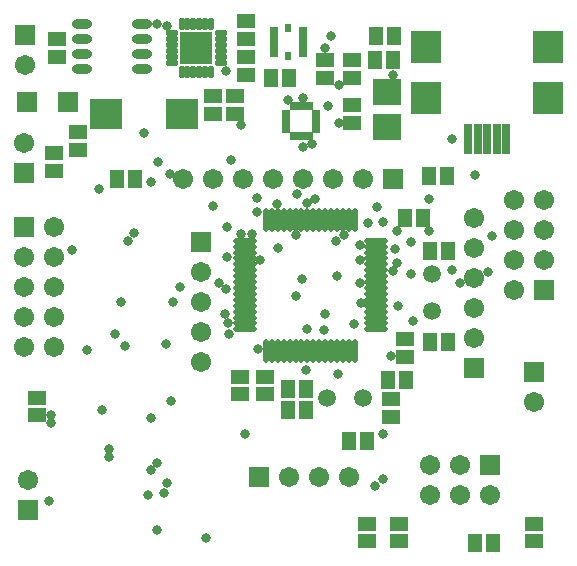
<source format=gts>
%FSAX24Y24*%
%MOIN*%
G70*
G01*
G75*
G04 Layer_Color=8388736*
%ADD10R,0.0177X0.0118*%
%ADD11R,0.0118X0.0177*%
%ADD12O,0.0118X0.0709*%
%ADD13O,0.0709X0.0118*%
%ADD14R,0.0197X0.0925*%
%ADD15R,0.0925X0.0984*%
%ADD16R,0.0591X0.0591*%
%ADD17R,0.0551X0.0433*%
%ADD18R,0.1024X0.0945*%
%ADD19R,0.0433X0.0551*%
%ADD20R,0.0866X0.0787*%
%ADD21R,0.0236X0.0126*%
%ADD22R,0.0126X0.0236*%
%ADD23O,0.0354X0.0118*%
%ADD24O,0.0118X0.0354*%
%ADD25R,0.1024X0.1024*%
%ADD26O,0.0591X0.0236*%
%ADD27C,0.0080*%
%ADD28R,0.0591X0.0591*%
%ADD29C,0.0591*%
%ADD30C,0.0512*%
%ADD31C,0.0240*%
%ADD32C,0.0260*%
%ADD33O,0.0984X0.0276*%
%ADD34C,0.0020*%
%ADD35C,0.0236*%
%ADD36C,0.0098*%
%ADD37C,0.0079*%
%ADD38C,0.0100*%
%ADD39R,0.0257X0.0198*%
%ADD40R,0.0198X0.0257*%
%ADD41O,0.0198X0.0789*%
%ADD42O,0.0789X0.0198*%
%ADD43R,0.0277X0.1005*%
%ADD44R,0.1005X0.1064*%
%ADD45R,0.0671X0.0671*%
%ADD46R,0.0631X0.0513*%
%ADD47R,0.1104X0.1025*%
%ADD48R,0.0513X0.0631*%
%ADD49R,0.0946X0.0867*%
%ADD50R,0.0316X0.0206*%
%ADD51R,0.0206X0.0316*%
%ADD52O,0.0434X0.0198*%
%ADD53O,0.0198X0.0434*%
%ADD54R,0.1104X0.1104*%
%ADD55O,0.0671X0.0316*%
%ADD56R,0.0671X0.0671*%
%ADD57C,0.0671*%
%ADD58C,0.0592*%
%ADD59C,0.0320*%
D39*
X029900Y045800D02*
D03*
Y045603D02*
D03*
Y045406D02*
D03*
Y045209D02*
D03*
X030904D02*
D03*
Y045406D02*
D03*
Y045603D02*
D03*
Y045800D02*
D03*
D40*
X030107Y045003D02*
D03*
X030304D02*
D03*
X030500D02*
D03*
X030697D02*
D03*
Y046007D02*
D03*
X030500D02*
D03*
X030304D02*
D03*
X030107D02*
D03*
D41*
X029224Y042235D02*
D03*
X029420D02*
D03*
X029617D02*
D03*
X029814D02*
D03*
X030011D02*
D03*
X030208D02*
D03*
X030405D02*
D03*
X030602D02*
D03*
X030798D02*
D03*
X030995D02*
D03*
X031192D02*
D03*
X031389D02*
D03*
X031586D02*
D03*
X031783D02*
D03*
X031980D02*
D03*
X032176D02*
D03*
Y037865D02*
D03*
X031980D02*
D03*
X031783D02*
D03*
X031586D02*
D03*
X031389D02*
D03*
X031192D02*
D03*
X030995D02*
D03*
X030798D02*
D03*
X030602D02*
D03*
X030405D02*
D03*
X030208D02*
D03*
X030011D02*
D03*
X029814D02*
D03*
X029617D02*
D03*
X029420D02*
D03*
X029224D02*
D03*
D42*
X032885Y041526D02*
D03*
Y041330D02*
D03*
Y041133D02*
D03*
Y040936D02*
D03*
Y040739D02*
D03*
Y040542D02*
D03*
Y040345D02*
D03*
Y040148D02*
D03*
Y039952D02*
D03*
Y039755D02*
D03*
Y039558D02*
D03*
Y039361D02*
D03*
Y039164D02*
D03*
Y038967D02*
D03*
Y038770D02*
D03*
Y038574D02*
D03*
X028515D02*
D03*
Y038770D02*
D03*
Y038967D02*
D03*
Y039164D02*
D03*
Y039361D02*
D03*
Y039558D02*
D03*
Y039755D02*
D03*
Y039952D02*
D03*
Y040148D02*
D03*
Y040345D02*
D03*
Y040542D02*
D03*
Y040739D02*
D03*
Y040936D02*
D03*
Y041133D02*
D03*
Y041330D02*
D03*
Y041526D02*
D03*
D43*
X035970Y044930D02*
D03*
X036285Y044929D02*
D03*
X036600D02*
D03*
X037230D02*
D03*
X036915D02*
D03*
D44*
X034563Y047971D02*
D03*
X038637D02*
D03*
X034563Y046297D02*
D03*
X038637D02*
D03*
D45*
X021261Y046150D02*
D03*
X022639D02*
D03*
X033450Y043600D02*
D03*
X029000Y033650D02*
D03*
X036700Y034050D02*
D03*
D46*
X022250Y048245D02*
D03*
Y047655D02*
D03*
X022950Y044555D02*
D03*
Y045145D02*
D03*
X032100Y045455D02*
D03*
Y046045D02*
D03*
X021600Y035705D02*
D03*
Y036295D02*
D03*
X028550Y047645D02*
D03*
Y047055D02*
D03*
Y048255D02*
D03*
Y048845D02*
D03*
X027450Y046345D02*
D03*
Y045755D02*
D03*
X028200Y046345D02*
D03*
Y045755D02*
D03*
X032100Y046955D02*
D03*
Y047545D02*
D03*
X031200D02*
D03*
Y046955D02*
D03*
X022150Y044445D02*
D03*
Y043855D02*
D03*
X033650Y031505D02*
D03*
Y032095D02*
D03*
X032600Y031505D02*
D03*
Y032095D02*
D03*
X038150Y031505D02*
D03*
Y032095D02*
D03*
X033400Y035655D02*
D03*
Y036245D02*
D03*
X033850Y038245D02*
D03*
Y037655D02*
D03*
X029200Y036405D02*
D03*
Y036995D02*
D03*
X028350Y036405D02*
D03*
Y036995D02*
D03*
D47*
X023890Y045750D02*
D03*
X026410D02*
D03*
D48*
X029995Y046950D02*
D03*
X029405D02*
D03*
X024845Y043600D02*
D03*
X024255D02*
D03*
X033445Y047550D02*
D03*
X032855D02*
D03*
X033495Y048350D02*
D03*
X032905D02*
D03*
X035245Y043700D02*
D03*
X034655D02*
D03*
X036795Y031450D02*
D03*
X036205D02*
D03*
X034445Y042300D02*
D03*
X033855D02*
D03*
X032595Y034850D02*
D03*
X032005D02*
D03*
X035295Y041200D02*
D03*
X034705D02*
D03*
X035295Y038150D02*
D03*
X034705D02*
D03*
X033305Y036900D02*
D03*
X033895D02*
D03*
X029955Y036600D02*
D03*
X030545D02*
D03*
X029955Y035900D02*
D03*
X030545D02*
D03*
D49*
X033250Y045309D02*
D03*
Y046491D02*
D03*
D50*
X029500Y047763D02*
D03*
Y047959D02*
D03*
Y048156D02*
D03*
Y048353D02*
D03*
Y048550D02*
D03*
X030445Y047763D02*
D03*
Y047959D02*
D03*
Y048156D02*
D03*
Y048353D02*
D03*
Y048550D02*
D03*
D51*
X029972Y048629D02*
D03*
Y047684D02*
D03*
D52*
X026093Y048442D02*
D03*
Y048245D02*
D03*
Y048048D02*
D03*
Y047852D02*
D03*
Y047655D02*
D03*
Y047458D02*
D03*
X027707D02*
D03*
Y047655D02*
D03*
Y047852D02*
D03*
Y048048D02*
D03*
Y048245D02*
D03*
Y048442D02*
D03*
D53*
X026408Y047143D02*
D03*
X026605D02*
D03*
X026802D02*
D03*
X026998D02*
D03*
X027195D02*
D03*
X027392D02*
D03*
Y048757D02*
D03*
X027195D02*
D03*
X026998D02*
D03*
X026802D02*
D03*
X026605D02*
D03*
X026408D02*
D03*
D54*
X026900Y047950D02*
D03*
D55*
X023096Y048750D02*
D03*
Y048250D02*
D03*
Y047750D02*
D03*
Y047250D02*
D03*
X025104Y048750D02*
D03*
Y048250D02*
D03*
Y047750D02*
D03*
Y047250D02*
D03*
D56*
X036150Y037300D02*
D03*
X038150Y037150D02*
D03*
X027050Y041500D02*
D03*
X021300Y032550D02*
D03*
X038500Y039900D02*
D03*
X021150Y043800D02*
D03*
Y042000D02*
D03*
X021200Y048400D02*
D03*
D57*
X036150Y038300D02*
D03*
Y039300D02*
D03*
Y040300D02*
D03*
Y041300D02*
D03*
Y042300D02*
D03*
X032450Y043600D02*
D03*
X031450D02*
D03*
X030450D02*
D03*
X029450D02*
D03*
X028450D02*
D03*
X027450D02*
D03*
X026450D02*
D03*
X038150Y036150D02*
D03*
X027050Y037500D02*
D03*
Y038500D02*
D03*
Y039500D02*
D03*
Y040500D02*
D03*
X021300Y033550D02*
D03*
X032000Y033650D02*
D03*
X031000D02*
D03*
X030000D02*
D03*
X034700Y033050D02*
D03*
Y034050D02*
D03*
X035700Y033050D02*
D03*
Y034050D02*
D03*
X036700Y033050D02*
D03*
X037500Y039900D02*
D03*
X038500Y040900D02*
D03*
X037500D02*
D03*
X038500Y041900D02*
D03*
X037500D02*
D03*
X038500Y042900D02*
D03*
X037500D02*
D03*
X021150Y044800D02*
D03*
X022150Y042000D02*
D03*
X021150Y041000D02*
D03*
X022150D02*
D03*
X021150Y040000D02*
D03*
X022150D02*
D03*
X021150Y039000D02*
D03*
X022150D02*
D03*
X021150Y038000D02*
D03*
X022150D02*
D03*
X021200Y047400D02*
D03*
D58*
X031240Y036300D02*
D03*
X032460D02*
D03*
X034750Y039190D02*
D03*
Y040410D02*
D03*
D59*
X028920Y042950D02*
D03*
Y042470D02*
D03*
X024612Y041518D02*
D03*
X024830Y041800D02*
D03*
X024190Y038420D02*
D03*
X023990Y034310D02*
D03*
X026340Y040000D02*
D03*
X022050Y035710D02*
D03*
X023990Y034600D02*
D03*
X022050Y035455D02*
D03*
X025390Y033900D02*
D03*
X025140Y045130D02*
D03*
X030440Y046270D02*
D03*
X025600Y034130D02*
D03*
X030470Y044650D02*
D03*
X033450Y040520D02*
D03*
X036740Y041690D02*
D03*
X034050Y041500D02*
D03*
X031610Y037090D02*
D03*
X030570Y037220D02*
D03*
X027970Y038780D02*
D03*
X032360Y040120D02*
D03*
X034670Y041850D02*
D03*
X029610Y041300D02*
D03*
X027450Y042670D02*
D03*
X030240Y043070D02*
D03*
X033590Y041860D02*
D03*
X033600Y040776D02*
D03*
X036630Y040480D02*
D03*
X034050Y040410D02*
D03*
X033130Y042160D02*
D03*
X032360Y041390D02*
D03*
X031586Y040350D02*
D03*
X033400Y037680D02*
D03*
X034130Y038840D02*
D03*
X025920Y033460D02*
D03*
X026113Y039500D02*
D03*
X036200Y043710D02*
D03*
X031570Y041510D02*
D03*
X030430Y040260D02*
D03*
X027888Y039920D02*
D03*
X033130Y035070D02*
D03*
X029030Y040890D02*
D03*
X027910Y041970D02*
D03*
X035420Y044920D02*
D03*
X031670Y046710D02*
D03*
X028750Y041760D02*
D03*
X035430Y040550D02*
D03*
X026007Y043753D02*
D03*
X025900Y038100D02*
D03*
X023640Y043265D02*
D03*
X032910Y042660D02*
D03*
X031390Y048353D02*
D03*
X027880Y047200D02*
D03*
X025610Y044150D02*
D03*
X027910Y040989D02*
D03*
X032620Y042120D02*
D03*
X030870Y042930D02*
D03*
X031810Y041730D02*
D03*
X034655Y042905D02*
D03*
X028960Y037920D02*
D03*
X025290Y033060D02*
D03*
X024400Y039500D02*
D03*
X025589Y031870D02*
D03*
X024538Y038020D02*
D03*
X028400Y045380D02*
D03*
X031290Y046010D02*
D03*
X028060Y044230D02*
D03*
X030210Y039670D02*
D03*
X027670Y040130D02*
D03*
X033460Y047060D02*
D03*
X030740Y044760D02*
D03*
X031670Y045455D02*
D03*
X033530Y041250D02*
D03*
X029600Y042740D02*
D03*
X030208Y041710D02*
D03*
X028400Y041760D02*
D03*
X033630Y039361D02*
D03*
X032360Y040900D02*
D03*
X035690Y040120D02*
D03*
X031180Y039080D02*
D03*
X031155Y038545D02*
D03*
X032140Y038740D02*
D03*
X032380Y039460D02*
D03*
X030602Y042780D02*
D03*
X025910Y048670D02*
D03*
X029940Y046210D02*
D03*
X025590Y048750D02*
D03*
X031180Y047940D02*
D03*
X028000Y038414D02*
D03*
X027210Y031630D02*
D03*
X027850Y039070D02*
D03*
X033130Y033590D02*
D03*
X022750Y041230D02*
D03*
X023750Y035880D02*
D03*
X026070Y036180D02*
D03*
X025830Y033120D02*
D03*
X025390Y035630D02*
D03*
Y043500D02*
D03*
X023255Y037900D02*
D03*
X032840Y033360D02*
D03*
X030602Y038580D02*
D03*
X022000Y032850D02*
D03*
X028520Y035100D02*
D03*
M02*

</source>
